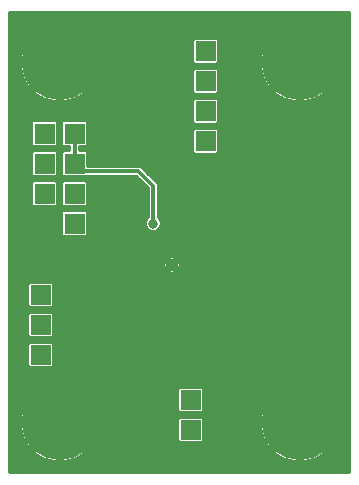
<source format=gbr>
G75*
%MOIN*%
%OFA0B0*%
%FSLAX25Y25*%
%IPPOS*%
%LPD*%
%AMOC8*
5,1,8,0,0,1.08239X$1,22.5*
%
%ADD10R,0.06500X0.06500*%
%ADD11C,0.25400*%
%ADD12C,0.03181*%
%ADD13C,0.03569*%
%ADD14C,0.01200*%
%ADD15C,0.03175*%
D10*
X0020350Y0051600D03*
X0020350Y0061600D03*
X0020350Y0071600D03*
X0021600Y0095350D03*
X0021600Y0105350D03*
X0031600Y0105350D03*
X0031600Y0095350D03*
X0031600Y0115350D03*
X0021600Y0115350D03*
X0021600Y0125350D03*
X0031600Y0125350D03*
X0065350Y0122850D03*
X0065350Y0132850D03*
X0065350Y0142850D03*
X0065350Y0152850D03*
X0075350Y0152850D03*
X0085350Y0152850D03*
X0085350Y0142850D03*
X0075350Y0142850D03*
X0075350Y0132850D03*
X0085350Y0132850D03*
X0085350Y0122850D03*
X0075350Y0122850D03*
X0070350Y0036600D03*
X0060350Y0036600D03*
X0060350Y0026600D03*
X0070350Y0026600D03*
X0080350Y0026600D03*
X0080350Y0036600D03*
D11*
X0106600Y0029100D03*
X0026600Y0029100D03*
X0026600Y0149100D03*
X0106600Y0149100D03*
D12*
X0065675Y0083175D03*
X0064100Y0081600D03*
X0062525Y0080025D03*
X0065675Y0080025D03*
X0062525Y0083175D03*
D13*
X0055350Y0084100D03*
X0074100Y0081600D03*
X0080350Y0082850D03*
X0085350Y0082850D03*
X0084100Y0086600D03*
X0087850Y0090350D03*
X0092850Y0090350D03*
X0097850Y0090350D03*
X0102850Y0090350D03*
X0107850Y0090350D03*
X0111600Y0092850D03*
X0114100Y0097850D03*
X0114100Y0104100D03*
X0114100Y0109100D03*
X0109100Y0114100D03*
X0106600Y0117850D03*
X0106600Y0124100D03*
X0107850Y0130350D03*
X0112850Y0130350D03*
X0091600Y0136600D03*
X0091600Y0141600D03*
X0091600Y0146600D03*
X0091600Y0151600D03*
X0091600Y0156600D03*
X0087850Y0160350D03*
X0082850Y0162850D03*
X0077850Y0162850D03*
X0072850Y0162850D03*
X0067850Y0162850D03*
X0064100Y0160350D03*
X0059100Y0159100D03*
X0059100Y0152850D03*
X0059100Y0147850D03*
X0059100Y0142850D03*
X0059100Y0137850D03*
X0059100Y0132850D03*
X0059100Y0127850D03*
X0059100Y0122850D03*
X0052850Y0107850D03*
X0052850Y0102850D03*
X0065350Y0104100D03*
X0066600Y0107850D03*
X0084100Y0110350D03*
X0090350Y0082850D03*
X0095350Y0082850D03*
X0100350Y0082850D03*
X0105350Y0082850D03*
X0111600Y0081600D03*
X0112850Y0075350D03*
X0112850Y0069100D03*
X0112850Y0062850D03*
X0112850Y0056600D03*
X0107850Y0054100D03*
X0102850Y0054100D03*
X0097850Y0054100D03*
X0092850Y0052850D03*
X0092850Y0047850D03*
X0092850Y0042850D03*
X0092850Y0037850D03*
X0092850Y0021600D03*
X0090350Y0017850D03*
X0085350Y0017850D03*
X0080350Y0017850D03*
X0075350Y0017850D03*
X0069100Y0017850D03*
X0064100Y0017850D03*
X0059100Y0017850D03*
X0054100Y0017850D03*
X0049100Y0016600D03*
X0044100Y0017850D03*
X0039100Y0020350D03*
X0080350Y0060350D03*
X0036600Y0076600D03*
X0029100Y0076600D03*
X0041600Y0132850D03*
X0041600Y0137850D03*
D14*
X0010200Y0165500D02*
X0010200Y0012700D01*
X0123000Y0012700D01*
X0123000Y0165500D01*
X0010200Y0165500D01*
X0010200Y0164752D02*
X0123000Y0164752D01*
X0123000Y0163553D02*
X0010200Y0163553D01*
X0010200Y0162355D02*
X0025490Y0162355D01*
X0025947Y0162400D02*
X0024646Y0162272D01*
X0023364Y0162017D01*
X0022114Y0161638D01*
X0020907Y0161138D01*
X0019754Y0160522D01*
X0018668Y0159796D01*
X0017657Y0158967D01*
X0016733Y0158042D01*
X0015904Y0157032D01*
X0015178Y0155946D01*
X0014562Y0154793D01*
X0014062Y0153586D01*
X0013683Y0152336D01*
X0013428Y0151054D01*
X0013300Y0149753D01*
X0013300Y0149700D01*
X0026000Y0149700D01*
X0026000Y0162400D01*
X0025947Y0162400D01*
X0026000Y0162355D02*
X0027200Y0162355D01*
X0027200Y0162400D02*
X0027200Y0149700D01*
X0026000Y0149700D01*
X0026000Y0148500D01*
X0013300Y0148500D01*
X0013300Y0148447D01*
X0013428Y0147146D01*
X0013683Y0145864D01*
X0014062Y0144614D01*
X0014562Y0143407D01*
X0015178Y0142254D01*
X0015904Y0141168D01*
X0016733Y0140157D01*
X0017657Y0139233D01*
X0018668Y0138404D01*
X0019754Y0137678D01*
X0020907Y0137062D01*
X0022114Y0136562D01*
X0023364Y0136183D01*
X0024646Y0135928D01*
X0025947Y0135800D01*
X0026000Y0135800D01*
X0026000Y0148500D01*
X0027200Y0148500D01*
X0027200Y0149700D01*
X0039900Y0149700D01*
X0039900Y0149753D01*
X0039772Y0151054D01*
X0039517Y0152336D01*
X0039138Y0153586D01*
X0038638Y0154793D01*
X0038022Y0155946D01*
X0037296Y0157032D01*
X0036467Y0158042D01*
X0035542Y0158967D01*
X0034532Y0159796D01*
X0033446Y0160522D01*
X0032293Y0161138D01*
X0031086Y0161638D01*
X0029836Y0162017D01*
X0028554Y0162272D01*
X0027253Y0162400D01*
X0027200Y0162400D01*
X0027710Y0162355D02*
X0105490Y0162355D01*
X0105947Y0162400D02*
X0104646Y0162272D01*
X0103364Y0162017D01*
X0102114Y0161638D01*
X0100907Y0161138D01*
X0099754Y0160522D01*
X0098668Y0159796D01*
X0097657Y0158967D01*
X0096733Y0158042D01*
X0095904Y0157032D01*
X0095178Y0155946D01*
X0094562Y0154793D01*
X0094062Y0153586D01*
X0093683Y0152336D01*
X0093428Y0151054D01*
X0093300Y0149753D01*
X0093300Y0149700D01*
X0106000Y0149700D01*
X0106000Y0162400D01*
X0105947Y0162400D01*
X0106000Y0162355D02*
X0107200Y0162355D01*
X0107200Y0162400D02*
X0107200Y0149700D01*
X0106000Y0149700D01*
X0106000Y0148500D01*
X0093300Y0148500D01*
X0093300Y0148447D01*
X0093428Y0147146D01*
X0093683Y0145864D01*
X0094062Y0144614D01*
X0094562Y0143407D01*
X0095178Y0142254D01*
X0095904Y0141168D01*
X0096733Y0140157D01*
X0097657Y0139233D01*
X0098668Y0138404D01*
X0099754Y0137678D01*
X0100907Y0137062D01*
X0102114Y0136562D01*
X0103364Y0136183D01*
X0104646Y0135928D01*
X0105947Y0135800D01*
X0106000Y0135800D01*
X0106000Y0148500D01*
X0107200Y0148500D01*
X0107200Y0149700D01*
X0119900Y0149700D01*
X0119900Y0149753D01*
X0119772Y0151054D01*
X0119517Y0152336D01*
X0119138Y0153586D01*
X0118638Y0154793D01*
X0118022Y0155946D01*
X0117296Y0157032D01*
X0116467Y0158042D01*
X0115542Y0158967D01*
X0114532Y0159796D01*
X0113446Y0160522D01*
X0112293Y0161138D01*
X0111086Y0161638D01*
X0109836Y0162017D01*
X0108554Y0162272D01*
X0107253Y0162400D01*
X0107200Y0162400D01*
X0107710Y0162355D02*
X0123000Y0162355D01*
X0123000Y0161156D02*
X0112248Y0161156D01*
X0114289Y0159958D02*
X0123000Y0159958D01*
X0123000Y0158759D02*
X0115750Y0158759D01*
X0116862Y0157561D02*
X0123000Y0157561D01*
X0123000Y0156362D02*
X0117743Y0156362D01*
X0118439Y0155164D02*
X0123000Y0155164D01*
X0123000Y0153965D02*
X0118980Y0153965D01*
X0119386Y0152767D02*
X0123000Y0152767D01*
X0123000Y0151568D02*
X0119670Y0151568D01*
X0119839Y0150370D02*
X0123000Y0150370D01*
X0123000Y0149171D02*
X0107200Y0149171D01*
X0107200Y0148500D02*
X0119900Y0148500D01*
X0119900Y0148447D01*
X0119772Y0147146D01*
X0119517Y0145864D01*
X0119138Y0144614D01*
X0118638Y0143407D01*
X0118022Y0142254D01*
X0117296Y0141168D01*
X0116467Y0140157D01*
X0115542Y0139233D01*
X0114532Y0138404D01*
X0113446Y0137678D01*
X0112293Y0137062D01*
X0111086Y0136562D01*
X0109836Y0136183D01*
X0108554Y0135928D01*
X0107253Y0135800D01*
X0107200Y0135800D01*
X0107200Y0148500D01*
X0107200Y0147973D02*
X0106000Y0147973D01*
X0106000Y0149171D02*
X0089020Y0149171D01*
X0088940Y0149091D02*
X0089109Y0149260D01*
X0089200Y0149481D01*
X0089200Y0152575D01*
X0085625Y0152575D01*
X0085625Y0153125D01*
X0085075Y0153125D01*
X0085075Y0156700D01*
X0081981Y0156700D01*
X0081760Y0156609D01*
X0081591Y0156440D01*
X0081500Y0156219D01*
X0081500Y0153125D01*
X0085075Y0153125D01*
X0085075Y0152575D01*
X0081500Y0152575D01*
X0081500Y0149481D01*
X0081591Y0149260D01*
X0081760Y0149091D01*
X0081981Y0149000D01*
X0085075Y0149000D01*
X0085075Y0152575D01*
X0085625Y0152575D01*
X0085625Y0149000D01*
X0088719Y0149000D01*
X0088940Y0149091D01*
X0089200Y0150370D02*
X0093361Y0150370D01*
X0093530Y0151568D02*
X0089200Y0151568D01*
X0089200Y0153125D02*
X0089200Y0156219D01*
X0089109Y0156440D01*
X0088940Y0156609D01*
X0088719Y0156700D01*
X0085625Y0156700D01*
X0085625Y0153125D01*
X0089200Y0153125D01*
X0089200Y0153965D02*
X0094220Y0153965D01*
X0093814Y0152767D02*
X0085625Y0152767D01*
X0085075Y0152767D02*
X0079800Y0152767D01*
X0079800Y0153965D02*
X0081500Y0153965D01*
X0081500Y0155164D02*
X0079800Y0155164D01*
X0079800Y0156362D02*
X0081559Y0156362D01*
X0079800Y0156597D02*
X0079097Y0157300D01*
X0071603Y0157300D01*
X0070900Y0156597D01*
X0070900Y0149103D01*
X0071603Y0148400D01*
X0079097Y0148400D01*
X0079800Y0149103D01*
X0079800Y0156597D01*
X0079800Y0151568D02*
X0081500Y0151568D01*
X0081500Y0150370D02*
X0079800Y0150370D01*
X0079800Y0149171D02*
X0081680Y0149171D01*
X0079800Y0146597D02*
X0079097Y0147300D01*
X0071603Y0147300D01*
X0070900Y0146597D01*
X0070900Y0139103D01*
X0071603Y0138400D01*
X0079097Y0138400D01*
X0079800Y0139103D01*
X0079800Y0146597D01*
X0079623Y0146774D02*
X0093502Y0146774D01*
X0093347Y0147973D02*
X0039853Y0147973D01*
X0039900Y0148447D02*
X0039900Y0148500D01*
X0027200Y0148500D01*
X0027200Y0135800D01*
X0027253Y0135800D01*
X0028554Y0135928D01*
X0029836Y0136183D01*
X0031086Y0136562D01*
X0032293Y0137062D01*
X0033446Y0137678D01*
X0034532Y0138404D01*
X0035542Y0139233D01*
X0036467Y0140157D01*
X0037296Y0141168D01*
X0038022Y0142254D01*
X0038638Y0143407D01*
X0039138Y0144614D01*
X0039517Y0145864D01*
X0039772Y0147146D01*
X0039900Y0148447D01*
X0039698Y0146774D02*
X0071077Y0146774D01*
X0070900Y0145576D02*
X0069200Y0145576D01*
X0069200Y0146219D02*
X0069109Y0146440D01*
X0068940Y0146609D01*
X0068719Y0146700D01*
X0065625Y0146700D01*
X0065625Y0143125D01*
X0065075Y0143125D01*
X0065075Y0146700D01*
X0061981Y0146700D01*
X0061760Y0146609D01*
X0061591Y0146440D01*
X0061500Y0146219D01*
X0061500Y0143125D01*
X0065075Y0143125D01*
X0065075Y0142575D01*
X0061500Y0142575D01*
X0061500Y0139481D01*
X0061591Y0139260D01*
X0061760Y0139091D01*
X0061981Y0139000D01*
X0065075Y0139000D01*
X0065075Y0142575D01*
X0065625Y0142575D01*
X0065625Y0143125D01*
X0069200Y0143125D01*
X0069200Y0146219D01*
X0069200Y0144377D02*
X0070900Y0144377D01*
X0070900Y0143179D02*
X0069200Y0143179D01*
X0069200Y0142575D02*
X0065625Y0142575D01*
X0065625Y0139000D01*
X0068719Y0139000D01*
X0068940Y0139091D01*
X0069109Y0139260D01*
X0069200Y0139481D01*
X0069200Y0142575D01*
X0069200Y0141980D02*
X0070900Y0141980D01*
X0070900Y0140782D02*
X0069200Y0140782D01*
X0069200Y0139583D02*
X0070900Y0139583D01*
X0071603Y0137300D02*
X0070900Y0136597D01*
X0070900Y0129103D01*
X0071603Y0128400D01*
X0079097Y0128400D01*
X0079800Y0129103D01*
X0079800Y0136597D01*
X0079097Y0137300D01*
X0071603Y0137300D01*
X0071489Y0137186D02*
X0032525Y0137186D01*
X0034503Y0138385D02*
X0098697Y0138385D01*
X0097308Y0139583D02*
X0089200Y0139583D01*
X0089200Y0139481D02*
X0089200Y0142575D01*
X0085625Y0142575D01*
X0085625Y0143125D01*
X0085075Y0143125D01*
X0085075Y0146700D01*
X0081981Y0146700D01*
X0081760Y0146609D01*
X0081591Y0146440D01*
X0081500Y0146219D01*
X0081500Y0143125D01*
X0085075Y0143125D01*
X0085075Y0142575D01*
X0081500Y0142575D01*
X0081500Y0139481D01*
X0081591Y0139260D01*
X0081760Y0139091D01*
X0081981Y0139000D01*
X0085075Y0139000D01*
X0085075Y0142575D01*
X0085625Y0142575D01*
X0085625Y0139000D01*
X0088719Y0139000D01*
X0088940Y0139091D01*
X0089109Y0139260D01*
X0089200Y0139481D01*
X0089200Y0140782D02*
X0096221Y0140782D01*
X0095361Y0141980D02*
X0089200Y0141980D01*
X0089200Y0143125D02*
X0089200Y0146219D01*
X0089109Y0146440D01*
X0088940Y0146609D01*
X0088719Y0146700D01*
X0085625Y0146700D01*
X0085625Y0143125D01*
X0089200Y0143125D01*
X0089200Y0143179D02*
X0094684Y0143179D01*
X0094160Y0144377D02*
X0089200Y0144377D01*
X0089200Y0145576D02*
X0093771Y0145576D01*
X0085625Y0145576D02*
X0085075Y0145576D01*
X0085075Y0144377D02*
X0085625Y0144377D01*
X0085625Y0143179D02*
X0085075Y0143179D01*
X0085075Y0141980D02*
X0085625Y0141980D01*
X0085625Y0140782D02*
X0085075Y0140782D01*
X0085075Y0139583D02*
X0085625Y0139583D01*
X0085625Y0136700D02*
X0088719Y0136700D01*
X0088940Y0136609D01*
X0089109Y0136440D01*
X0089200Y0136219D01*
X0089200Y0133125D01*
X0085625Y0133125D01*
X0085625Y0132575D01*
X0089200Y0132575D01*
X0089200Y0129481D01*
X0089109Y0129260D01*
X0088940Y0129091D01*
X0088719Y0129000D01*
X0085625Y0129000D01*
X0085625Y0132575D01*
X0085075Y0132575D01*
X0085075Y0129000D01*
X0081981Y0129000D01*
X0081760Y0129091D01*
X0081591Y0129260D01*
X0081500Y0129481D01*
X0081500Y0132575D01*
X0085075Y0132575D01*
X0085075Y0133125D01*
X0085075Y0136700D01*
X0081981Y0136700D01*
X0081760Y0136609D01*
X0081591Y0136440D01*
X0081500Y0136219D01*
X0081500Y0133125D01*
X0085075Y0133125D01*
X0085625Y0133125D01*
X0085625Y0136700D01*
X0085625Y0135988D02*
X0085075Y0135988D01*
X0085075Y0134789D02*
X0085625Y0134789D01*
X0085625Y0133591D02*
X0085075Y0133591D01*
X0085075Y0132392D02*
X0085625Y0132392D01*
X0085625Y0131194D02*
X0085075Y0131194D01*
X0085075Y0129995D02*
X0085625Y0129995D01*
X0085625Y0126700D02*
X0088719Y0126700D01*
X0088940Y0126609D01*
X0089109Y0126440D01*
X0089200Y0126219D01*
X0089200Y0123125D01*
X0085625Y0123125D01*
X0085625Y0122575D01*
X0089200Y0122575D01*
X0089200Y0119481D01*
X0089109Y0119260D01*
X0088940Y0119091D01*
X0088719Y0119000D01*
X0085625Y0119000D01*
X0085625Y0122575D01*
X0085075Y0122575D01*
X0085075Y0119000D01*
X0081981Y0119000D01*
X0081760Y0119091D01*
X0081591Y0119260D01*
X0081500Y0119481D01*
X0081500Y0122575D01*
X0085075Y0122575D01*
X0085075Y0123125D01*
X0085075Y0126700D01*
X0081981Y0126700D01*
X0081760Y0126609D01*
X0081591Y0126440D01*
X0081500Y0126219D01*
X0081500Y0123125D01*
X0085075Y0123125D01*
X0085625Y0123125D01*
X0085625Y0126700D01*
X0085625Y0126400D02*
X0085075Y0126400D01*
X0085075Y0125201D02*
X0085625Y0125201D01*
X0085625Y0124003D02*
X0085075Y0124003D01*
X0085075Y0122804D02*
X0079800Y0122804D01*
X0079800Y0121606D02*
X0081500Y0121606D01*
X0081500Y0120407D02*
X0079800Y0120407D01*
X0079800Y0119209D02*
X0081643Y0119209D01*
X0079800Y0119103D02*
X0079097Y0118400D01*
X0071603Y0118400D01*
X0070900Y0119103D01*
X0070900Y0126597D01*
X0071603Y0127300D01*
X0079097Y0127300D01*
X0079800Y0126597D01*
X0079800Y0119103D01*
X0079800Y0124003D02*
X0081500Y0124003D01*
X0081500Y0125201D02*
X0079800Y0125201D01*
X0079800Y0126400D02*
X0081575Y0126400D01*
X0079494Y0128797D02*
X0123000Y0128797D01*
X0123000Y0129995D02*
X0089200Y0129995D01*
X0089200Y0131194D02*
X0123000Y0131194D01*
X0123000Y0132392D02*
X0089200Y0132392D01*
X0089200Y0133591D02*
X0123000Y0133591D01*
X0123000Y0134789D02*
X0089200Y0134789D01*
X0089200Y0135988D02*
X0104346Y0135988D01*
X0106000Y0135988D02*
X0107200Y0135988D01*
X0107200Y0137186D02*
X0106000Y0137186D01*
X0106000Y0138385D02*
X0107200Y0138385D01*
X0107200Y0139583D02*
X0106000Y0139583D01*
X0106000Y0140782D02*
X0107200Y0140782D01*
X0107200Y0141980D02*
X0106000Y0141980D01*
X0106000Y0143179D02*
X0107200Y0143179D01*
X0107200Y0144377D02*
X0106000Y0144377D01*
X0106000Y0145576D02*
X0107200Y0145576D01*
X0107200Y0146774D02*
X0106000Y0146774D01*
X0106000Y0150370D02*
X0107200Y0150370D01*
X0107200Y0151568D02*
X0106000Y0151568D01*
X0106000Y0152767D02*
X0107200Y0152767D01*
X0107200Y0153965D02*
X0106000Y0153965D01*
X0106000Y0155164D02*
X0107200Y0155164D01*
X0107200Y0156362D02*
X0106000Y0156362D01*
X0106000Y0157561D02*
X0107200Y0157561D01*
X0107200Y0158759D02*
X0106000Y0158759D01*
X0106000Y0159958D02*
X0107200Y0159958D01*
X0107200Y0161156D02*
X0106000Y0161156D01*
X0100952Y0161156D02*
X0032248Y0161156D01*
X0034289Y0159958D02*
X0098911Y0159958D01*
X0097450Y0158759D02*
X0035750Y0158759D01*
X0036862Y0157561D02*
X0096338Y0157561D01*
X0095457Y0156362D02*
X0089141Y0156362D01*
X0089200Y0155164D02*
X0094761Y0155164D01*
X0085625Y0155164D02*
X0085075Y0155164D01*
X0085075Y0156362D02*
X0085625Y0156362D01*
X0085625Y0153965D02*
X0085075Y0153965D01*
X0085075Y0151568D02*
X0085625Y0151568D01*
X0085625Y0150370D02*
X0085075Y0150370D01*
X0085075Y0149171D02*
X0085625Y0149171D01*
X0081500Y0145576D02*
X0079800Y0145576D01*
X0079800Y0144377D02*
X0081500Y0144377D01*
X0081500Y0143179D02*
X0079800Y0143179D01*
X0079800Y0141980D02*
X0081500Y0141980D01*
X0081500Y0140782D02*
X0079800Y0140782D01*
X0079800Y0139583D02*
X0081500Y0139583D01*
X0079211Y0137186D02*
X0100675Y0137186D01*
X0108854Y0135988D02*
X0123000Y0135988D01*
X0123000Y0137186D02*
X0112525Y0137186D01*
X0114503Y0138385D02*
X0123000Y0138385D01*
X0123000Y0139583D02*
X0115892Y0139583D01*
X0116979Y0140782D02*
X0123000Y0140782D01*
X0123000Y0141980D02*
X0117839Y0141980D01*
X0118516Y0143179D02*
X0123000Y0143179D01*
X0123000Y0144377D02*
X0119040Y0144377D01*
X0119429Y0145576D02*
X0123000Y0145576D01*
X0123000Y0146774D02*
X0119698Y0146774D01*
X0119853Y0147973D02*
X0123000Y0147973D01*
X0123000Y0127598D02*
X0036050Y0127598D01*
X0036050Y0126400D02*
X0061575Y0126400D01*
X0061591Y0126440D02*
X0061500Y0126219D01*
X0061500Y0123125D01*
X0065075Y0123125D01*
X0065075Y0126700D01*
X0061981Y0126700D01*
X0061760Y0126609D01*
X0061591Y0126440D01*
X0061500Y0125201D02*
X0036050Y0125201D01*
X0036050Y0124003D02*
X0061500Y0124003D01*
X0061500Y0122575D02*
X0061500Y0119481D01*
X0061591Y0119260D01*
X0061760Y0119091D01*
X0061981Y0119000D01*
X0065075Y0119000D01*
X0065075Y0122575D01*
X0065625Y0122575D01*
X0065625Y0123125D01*
X0069200Y0123125D01*
X0069200Y0126219D01*
X0069109Y0126440D01*
X0068940Y0126609D01*
X0068719Y0126700D01*
X0065625Y0126700D01*
X0065625Y0123125D01*
X0065075Y0123125D01*
X0065075Y0122575D01*
X0061500Y0122575D01*
X0061500Y0121606D02*
X0036050Y0121606D01*
X0036050Y0121603D02*
X0036050Y0129097D01*
X0035347Y0129800D01*
X0027853Y0129800D01*
X0027150Y0129097D01*
X0027150Y0121603D01*
X0027853Y0120900D01*
X0029800Y0120900D01*
X0029800Y0119800D01*
X0027853Y0119800D01*
X0027150Y0119097D01*
X0027150Y0111603D01*
X0027853Y0110900D01*
X0035347Y0110900D01*
X0035497Y0111050D01*
X0052104Y0111050D01*
X0056050Y0107104D01*
X0056050Y0097492D01*
X0055487Y0096929D01*
X0055063Y0095904D01*
X0055063Y0094796D01*
X0055487Y0093771D01*
X0056271Y0092987D01*
X0057296Y0092563D01*
X0058404Y0092563D01*
X0059429Y0092987D01*
X0060213Y0093771D01*
X0060637Y0094796D01*
X0060637Y0095904D01*
X0060213Y0096929D01*
X0059650Y0097492D01*
X0059650Y0108596D01*
X0058596Y0109650D01*
X0053596Y0114650D01*
X0036050Y0114650D01*
X0036050Y0119097D01*
X0035347Y0119800D01*
X0033400Y0119800D01*
X0033400Y0120900D01*
X0035347Y0120900D01*
X0036050Y0121603D01*
X0036050Y0122804D02*
X0065075Y0122804D01*
X0065625Y0122804D02*
X0070900Y0122804D01*
X0070900Y0121606D02*
X0069200Y0121606D01*
X0069200Y0122575D02*
X0065625Y0122575D01*
X0065625Y0119000D01*
X0068719Y0119000D01*
X0068940Y0119091D01*
X0069109Y0119260D01*
X0069200Y0119481D01*
X0069200Y0122575D01*
X0069200Y0124003D02*
X0070900Y0124003D01*
X0070900Y0125201D02*
X0069200Y0125201D01*
X0069125Y0126400D02*
X0070900Y0126400D01*
X0071206Y0128797D02*
X0036050Y0128797D01*
X0031600Y0125350D02*
X0031600Y0115350D01*
X0034100Y0112850D01*
X0052850Y0112850D01*
X0057850Y0107850D01*
X0057850Y0095350D01*
X0055283Y0096437D02*
X0036050Y0096437D01*
X0036050Y0097635D02*
X0056050Y0097635D01*
X0056050Y0098834D02*
X0036050Y0098834D01*
X0036050Y0099097D02*
X0035347Y0099800D01*
X0027853Y0099800D01*
X0027150Y0099097D01*
X0027150Y0091603D01*
X0027853Y0090900D01*
X0035347Y0090900D01*
X0036050Y0091603D01*
X0036050Y0099097D01*
X0035347Y0100900D02*
X0036050Y0101603D01*
X0036050Y0109097D01*
X0035347Y0109800D01*
X0027853Y0109800D01*
X0027150Y0109097D01*
X0027150Y0101603D01*
X0027853Y0100900D01*
X0035347Y0100900D01*
X0035678Y0101231D02*
X0056050Y0101231D01*
X0056050Y0102429D02*
X0036050Y0102429D01*
X0036050Y0103628D02*
X0056050Y0103628D01*
X0056050Y0104826D02*
X0036050Y0104826D01*
X0036050Y0106025D02*
X0056050Y0106025D01*
X0055931Y0107223D02*
X0036050Y0107223D01*
X0036050Y0108422D02*
X0054732Y0108422D01*
X0053534Y0109620D02*
X0035527Y0109620D01*
X0036050Y0115613D02*
X0123000Y0115613D01*
X0123000Y0114415D02*
X0053831Y0114415D01*
X0055030Y0113216D02*
X0123000Y0113216D01*
X0123000Y0112018D02*
X0056228Y0112018D01*
X0057427Y0110819D02*
X0123000Y0110819D01*
X0123000Y0109620D02*
X0058625Y0109620D01*
X0059650Y0108422D02*
X0123000Y0108422D01*
X0123000Y0107223D02*
X0059650Y0107223D01*
X0059650Y0106025D02*
X0123000Y0106025D01*
X0123000Y0104826D02*
X0059650Y0104826D01*
X0059650Y0103628D02*
X0123000Y0103628D01*
X0123000Y0102429D02*
X0059650Y0102429D01*
X0059650Y0101231D02*
X0123000Y0101231D01*
X0123000Y0100032D02*
X0059650Y0100032D01*
X0059650Y0098834D02*
X0123000Y0098834D01*
X0123000Y0097635D02*
X0059650Y0097635D01*
X0060417Y0096437D02*
X0123000Y0096437D01*
X0123000Y0095238D02*
X0060637Y0095238D01*
X0060324Y0094040D02*
X0123000Y0094040D01*
X0123000Y0092841D02*
X0059077Y0092841D01*
X0056623Y0092841D02*
X0036050Y0092841D01*
X0036050Y0091643D02*
X0123000Y0091643D01*
X0123000Y0090444D02*
X0010200Y0090444D01*
X0010200Y0089246D02*
X0123000Y0089246D01*
X0123000Y0088047D02*
X0010200Y0088047D01*
X0010200Y0086849D02*
X0123000Y0086849D01*
X0123000Y0085650D02*
X0010200Y0085650D01*
X0010200Y0084452D02*
X0060733Y0084452D01*
X0060772Y0084520D02*
X0060484Y0084020D01*
X0060335Y0083463D01*
X0060335Y0083175D01*
X0062525Y0083175D01*
X0062525Y0085365D01*
X0062237Y0085365D01*
X0061680Y0085216D01*
X0061180Y0084928D01*
X0060772Y0084520D01*
X0060335Y0083253D02*
X0010200Y0083253D01*
X0010200Y0082055D02*
X0060642Y0082055D01*
X0060772Y0081830D02*
X0061002Y0081600D01*
X0060772Y0081370D01*
X0060484Y0080871D01*
X0060335Y0080314D01*
X0060335Y0080025D01*
X0060335Y0079737D01*
X0060484Y0079180D01*
X0060772Y0078680D01*
X0061180Y0078272D01*
X0061680Y0077984D01*
X0062237Y0077835D01*
X0062525Y0077835D01*
X0062525Y0080025D01*
X0062525Y0080025D01*
X0060335Y0080025D01*
X0062525Y0080025D01*
X0062525Y0080025D01*
X0062525Y0077835D01*
X0062814Y0077835D01*
X0063371Y0077984D01*
X0063870Y0078272D01*
X0064100Y0078502D01*
X0064330Y0078272D01*
X0064829Y0077984D01*
X0065386Y0077835D01*
X0065675Y0077835D01*
X0065963Y0077835D01*
X0066520Y0077984D01*
X0067020Y0078272D01*
X0067428Y0078680D01*
X0067716Y0079180D01*
X0067865Y0079737D01*
X0067865Y0080025D01*
X0065675Y0080025D01*
X0065675Y0080025D01*
X0065675Y0077835D01*
X0065675Y0080025D01*
X0065675Y0080025D01*
X0067865Y0080025D01*
X0067865Y0080314D01*
X0067716Y0080871D01*
X0067428Y0081370D01*
X0067198Y0081600D01*
X0067428Y0081830D01*
X0067716Y0082329D01*
X0067865Y0082886D01*
X0067865Y0083175D01*
X0067865Y0083463D01*
X0067716Y0084020D01*
X0067428Y0084520D01*
X0067020Y0084928D01*
X0066520Y0085216D01*
X0065963Y0085365D01*
X0065675Y0085365D01*
X0065675Y0083175D01*
X0067865Y0083175D01*
X0065675Y0083175D01*
X0065675Y0083175D01*
X0065675Y0083175D01*
X0065675Y0085365D01*
X0065386Y0085365D01*
X0064829Y0085216D01*
X0064330Y0084928D01*
X0064100Y0084698D01*
X0063870Y0084928D01*
X0063371Y0085216D01*
X0062814Y0085365D01*
X0062525Y0085365D01*
X0062525Y0083175D01*
X0062525Y0083175D01*
X0062525Y0083175D01*
X0060335Y0083175D01*
X0060335Y0082886D01*
X0060484Y0082329D01*
X0060772Y0081830D01*
X0060480Y0080856D02*
X0010200Y0080856D01*
X0010200Y0079658D02*
X0060356Y0079658D01*
X0060993Y0078459D02*
X0010200Y0078459D01*
X0010200Y0077261D02*
X0123000Y0077261D01*
X0123000Y0078459D02*
X0067207Y0078459D01*
X0067844Y0079658D02*
X0123000Y0079658D01*
X0123000Y0080856D02*
X0067720Y0080856D01*
X0067558Y0082055D02*
X0123000Y0082055D01*
X0123000Y0083253D02*
X0067865Y0083253D01*
X0067467Y0084452D02*
X0123000Y0084452D01*
X0123000Y0076062D02*
X0010200Y0076062D01*
X0010200Y0074864D02*
X0015900Y0074864D01*
X0015900Y0075347D02*
X0015900Y0067853D01*
X0016603Y0067150D01*
X0024097Y0067150D01*
X0024800Y0067853D01*
X0024800Y0075347D01*
X0024097Y0076050D01*
X0016603Y0076050D01*
X0015900Y0075347D01*
X0015900Y0073665D02*
X0010200Y0073665D01*
X0010200Y0072467D02*
X0015900Y0072467D01*
X0015900Y0071268D02*
X0010200Y0071268D01*
X0010200Y0070070D02*
X0015900Y0070070D01*
X0015900Y0068871D02*
X0010200Y0068871D01*
X0010200Y0067673D02*
X0016080Y0067673D01*
X0016603Y0066050D02*
X0015900Y0065347D01*
X0015900Y0057853D01*
X0016603Y0057150D01*
X0024097Y0057150D01*
X0024800Y0057853D01*
X0024800Y0065347D01*
X0024097Y0066050D01*
X0016603Y0066050D01*
X0015900Y0065276D02*
X0010200Y0065276D01*
X0010200Y0066474D02*
X0123000Y0066474D01*
X0123000Y0065276D02*
X0024800Y0065276D01*
X0024800Y0064077D02*
X0123000Y0064077D01*
X0123000Y0062879D02*
X0024800Y0062879D01*
X0024800Y0061680D02*
X0123000Y0061680D01*
X0123000Y0060482D02*
X0024800Y0060482D01*
X0024800Y0059283D02*
X0123000Y0059283D01*
X0123000Y0058084D02*
X0024800Y0058084D01*
X0024097Y0056050D02*
X0016603Y0056050D01*
X0015900Y0055347D01*
X0015900Y0047853D01*
X0016603Y0047150D01*
X0024097Y0047150D01*
X0024800Y0047853D01*
X0024800Y0055347D01*
X0024097Y0056050D01*
X0024460Y0055687D02*
X0123000Y0055687D01*
X0123000Y0054489D02*
X0024800Y0054489D01*
X0024800Y0053290D02*
X0123000Y0053290D01*
X0123000Y0052092D02*
X0024800Y0052092D01*
X0024800Y0050893D02*
X0123000Y0050893D01*
X0123000Y0049695D02*
X0024800Y0049695D01*
X0024800Y0048496D02*
X0123000Y0048496D01*
X0123000Y0047298D02*
X0024245Y0047298D01*
X0024646Y0042272D02*
X0023364Y0042017D01*
X0022114Y0041638D01*
X0020907Y0041138D01*
X0019754Y0040522D01*
X0018668Y0039796D01*
X0017657Y0038967D01*
X0016733Y0038042D01*
X0015904Y0037032D01*
X0015178Y0035946D01*
X0014562Y0034793D01*
X0014062Y0033586D01*
X0013683Y0032336D01*
X0013428Y0031054D01*
X0013300Y0029753D01*
X0013300Y0029700D01*
X0026000Y0029700D01*
X0026000Y0042400D01*
X0025947Y0042400D01*
X0024646Y0042272D01*
X0026000Y0041305D02*
X0027200Y0041305D01*
X0027200Y0042400D02*
X0027200Y0029700D01*
X0026000Y0029700D01*
X0026000Y0028500D01*
X0013300Y0028500D01*
X0013300Y0028447D01*
X0013428Y0027146D01*
X0013683Y0025864D01*
X0014062Y0024614D01*
X0014562Y0023407D01*
X0015178Y0022254D01*
X0015904Y0021168D01*
X0016733Y0020157D01*
X0017657Y0019233D01*
X0018668Y0018404D01*
X0019754Y0017678D01*
X0020907Y0017062D01*
X0022114Y0016562D01*
X0023364Y0016183D01*
X0024646Y0015928D01*
X0025947Y0015800D01*
X0026000Y0015800D01*
X0026000Y0028500D01*
X0027200Y0028500D01*
X0027200Y0029700D01*
X0039900Y0029700D01*
X0039900Y0029753D01*
X0039772Y0031054D01*
X0039517Y0032336D01*
X0039138Y0033586D01*
X0038638Y0034793D01*
X0038022Y0035946D01*
X0037296Y0037032D01*
X0036467Y0038042D01*
X0035542Y0038967D01*
X0034532Y0039796D01*
X0033446Y0040522D01*
X0032293Y0041138D01*
X0031086Y0041638D01*
X0029836Y0042017D01*
X0028554Y0042272D01*
X0027253Y0042400D01*
X0027200Y0042400D01*
X0027200Y0040107D02*
X0026000Y0040107D01*
X0026000Y0038908D02*
X0027200Y0038908D01*
X0027200Y0037710D02*
X0026000Y0037710D01*
X0026000Y0036511D02*
X0027200Y0036511D01*
X0027200Y0035313D02*
X0026000Y0035313D01*
X0026000Y0034114D02*
X0027200Y0034114D01*
X0027200Y0032916D02*
X0026000Y0032916D01*
X0026000Y0031717D02*
X0027200Y0031717D01*
X0027200Y0030519D02*
X0026000Y0030519D01*
X0026000Y0029320D02*
X0010200Y0029320D01*
X0010200Y0028122D02*
X0013332Y0028122D01*
X0013472Y0026923D02*
X0010200Y0026923D01*
X0010200Y0025725D02*
X0013725Y0025725D01*
X0014099Y0024526D02*
X0010200Y0024526D01*
X0010200Y0023328D02*
X0014605Y0023328D01*
X0015262Y0022129D02*
X0010200Y0022129D01*
X0010200Y0020931D02*
X0016099Y0020931D01*
X0017159Y0019732D02*
X0010200Y0019732D01*
X0010200Y0018534D02*
X0018510Y0018534D01*
X0020397Y0017335D02*
X0010200Y0017335D01*
X0010200Y0016137D02*
X0023598Y0016137D01*
X0026000Y0016137D02*
X0027200Y0016137D01*
X0027200Y0015800D02*
X0027253Y0015800D01*
X0028554Y0015928D01*
X0029836Y0016183D01*
X0031086Y0016562D01*
X0032293Y0017062D01*
X0033446Y0017678D01*
X0034532Y0018404D01*
X0035542Y0019233D01*
X0036467Y0020157D01*
X0037296Y0021168D01*
X0038022Y0022254D01*
X0038638Y0023407D01*
X0039138Y0024614D01*
X0039517Y0025864D01*
X0039772Y0027146D01*
X0039900Y0028447D01*
X0039900Y0028500D01*
X0027200Y0028500D01*
X0027200Y0015800D01*
X0027200Y0017335D02*
X0026000Y0017335D01*
X0026000Y0018534D02*
X0027200Y0018534D01*
X0027200Y0019732D02*
X0026000Y0019732D01*
X0026000Y0020931D02*
X0027200Y0020931D01*
X0027200Y0022129D02*
X0026000Y0022129D01*
X0026000Y0023328D02*
X0027200Y0023328D01*
X0027200Y0024526D02*
X0026000Y0024526D01*
X0026000Y0025725D02*
X0027200Y0025725D01*
X0027200Y0026923D02*
X0026000Y0026923D01*
X0026000Y0028122D02*
X0027200Y0028122D01*
X0027200Y0029320D02*
X0056500Y0029320D01*
X0056500Y0029969D02*
X0056500Y0026875D01*
X0060075Y0026875D01*
X0060075Y0030450D01*
X0056981Y0030450D01*
X0056760Y0030359D01*
X0056591Y0030190D01*
X0056500Y0029969D01*
X0056500Y0028122D02*
X0039868Y0028122D01*
X0039728Y0026923D02*
X0056500Y0026923D01*
X0056500Y0026325D02*
X0056500Y0023231D01*
X0056591Y0023010D01*
X0056760Y0022841D01*
X0056981Y0022750D01*
X0060075Y0022750D01*
X0060075Y0026325D01*
X0056500Y0026325D01*
X0056500Y0025725D02*
X0039475Y0025725D01*
X0039101Y0024526D02*
X0056500Y0024526D01*
X0056500Y0023328D02*
X0038595Y0023328D01*
X0037938Y0022129D02*
X0095262Y0022129D01*
X0095178Y0022254D02*
X0095904Y0021168D01*
X0096733Y0020157D01*
X0097657Y0019233D01*
X0098668Y0018404D01*
X0099754Y0017678D01*
X0100907Y0017062D01*
X0102114Y0016562D01*
X0103364Y0016183D01*
X0104646Y0015928D01*
X0105947Y0015800D01*
X0106000Y0015800D01*
X0106000Y0028500D01*
X0093300Y0028500D01*
X0093300Y0028447D01*
X0093428Y0027146D01*
X0093683Y0025864D01*
X0094062Y0024614D01*
X0094562Y0023407D01*
X0095178Y0022254D01*
X0094605Y0023328D02*
X0084200Y0023328D01*
X0084200Y0023231D02*
X0084200Y0026325D01*
X0080625Y0026325D01*
X0080625Y0026875D01*
X0080075Y0026875D01*
X0080075Y0030450D01*
X0076981Y0030450D01*
X0076760Y0030359D01*
X0076591Y0030190D01*
X0076500Y0029969D01*
X0076500Y0026875D01*
X0080075Y0026875D01*
X0080075Y0026325D01*
X0076500Y0026325D01*
X0076500Y0023231D01*
X0076591Y0023010D01*
X0076760Y0022841D01*
X0076981Y0022750D01*
X0080075Y0022750D01*
X0080075Y0026325D01*
X0080625Y0026325D01*
X0080625Y0022750D01*
X0083719Y0022750D01*
X0083940Y0022841D01*
X0084109Y0023010D01*
X0084200Y0023231D01*
X0084200Y0024526D02*
X0094099Y0024526D01*
X0093725Y0025725D02*
X0084200Y0025725D01*
X0084200Y0026875D02*
X0084200Y0029969D01*
X0084109Y0030190D01*
X0083940Y0030359D01*
X0083719Y0030450D01*
X0080625Y0030450D01*
X0080625Y0026875D01*
X0084200Y0026875D01*
X0084200Y0026923D02*
X0093472Y0026923D01*
X0093332Y0028122D02*
X0084200Y0028122D01*
X0084200Y0029320D02*
X0106000Y0029320D01*
X0106000Y0029700D02*
X0106000Y0028500D01*
X0107200Y0028500D01*
X0107200Y0029700D01*
X0106000Y0029700D01*
X0106000Y0042400D01*
X0105947Y0042400D01*
X0104646Y0042272D01*
X0103364Y0042017D01*
X0102114Y0041638D01*
X0100907Y0041138D01*
X0099754Y0040522D01*
X0098668Y0039796D01*
X0097657Y0038967D01*
X0096733Y0038042D01*
X0095904Y0037032D01*
X0095178Y0035946D01*
X0094562Y0034793D01*
X0094062Y0033586D01*
X0093683Y0032336D01*
X0093428Y0031054D01*
X0093300Y0029753D01*
X0093300Y0029700D01*
X0106000Y0029700D01*
X0106000Y0030519D02*
X0107200Y0030519D01*
X0107200Y0029700D02*
X0107200Y0042400D01*
X0107253Y0042400D01*
X0108554Y0042272D01*
X0109836Y0042017D01*
X0111086Y0041638D01*
X0112293Y0041138D01*
X0113446Y0040522D01*
X0114532Y0039796D01*
X0115542Y0038967D01*
X0116467Y0038042D01*
X0117296Y0037032D01*
X0118022Y0035946D01*
X0118638Y0034793D01*
X0119138Y0033586D01*
X0119517Y0032336D01*
X0119772Y0031054D01*
X0119900Y0029753D01*
X0119900Y0029700D01*
X0107200Y0029700D01*
X0107200Y0029320D02*
X0123000Y0029320D01*
X0123000Y0028122D02*
X0119868Y0028122D01*
X0119900Y0028447D02*
X0119900Y0028500D01*
X0107200Y0028500D01*
X0107200Y0015800D01*
X0107253Y0015800D01*
X0108554Y0015928D01*
X0109836Y0016183D01*
X0111086Y0016562D01*
X0112293Y0017062D01*
X0113446Y0017678D01*
X0114532Y0018404D01*
X0115542Y0019233D01*
X0116467Y0020157D01*
X0117296Y0021168D01*
X0118022Y0022254D01*
X0118638Y0023407D01*
X0119138Y0024614D01*
X0119517Y0025864D01*
X0119772Y0027146D01*
X0119900Y0028447D01*
X0119728Y0026923D02*
X0123000Y0026923D01*
X0123000Y0025725D02*
X0119475Y0025725D01*
X0119101Y0024526D02*
X0123000Y0024526D01*
X0123000Y0023328D02*
X0118595Y0023328D01*
X0117938Y0022129D02*
X0123000Y0022129D01*
X0123000Y0020931D02*
X0117101Y0020931D01*
X0116041Y0019732D02*
X0123000Y0019732D01*
X0123000Y0018534D02*
X0114690Y0018534D01*
X0112803Y0017335D02*
X0123000Y0017335D01*
X0123000Y0016137D02*
X0109602Y0016137D01*
X0107200Y0016137D02*
X0106000Y0016137D01*
X0106000Y0017335D02*
X0107200Y0017335D01*
X0107200Y0018534D02*
X0106000Y0018534D01*
X0106000Y0019732D02*
X0107200Y0019732D01*
X0107200Y0020931D02*
X0106000Y0020931D01*
X0106000Y0022129D02*
X0107200Y0022129D01*
X0107200Y0023328D02*
X0106000Y0023328D01*
X0106000Y0024526D02*
X0107200Y0024526D01*
X0107200Y0025725D02*
X0106000Y0025725D01*
X0106000Y0026923D02*
X0107200Y0026923D01*
X0107200Y0028122D02*
X0106000Y0028122D01*
X0106000Y0031717D02*
X0107200Y0031717D01*
X0107200Y0032916D02*
X0106000Y0032916D01*
X0106000Y0034114D02*
X0107200Y0034114D01*
X0107200Y0035313D02*
X0106000Y0035313D01*
X0106000Y0036511D02*
X0107200Y0036511D01*
X0107200Y0037710D02*
X0106000Y0037710D01*
X0106000Y0038908D02*
X0107200Y0038908D01*
X0107200Y0040107D02*
X0106000Y0040107D01*
X0106000Y0041305D02*
X0107200Y0041305D01*
X0111888Y0041305D02*
X0123000Y0041305D01*
X0123000Y0040107D02*
X0114066Y0040107D01*
X0115601Y0038908D02*
X0123000Y0038908D01*
X0123000Y0037710D02*
X0116740Y0037710D01*
X0117644Y0036511D02*
X0123000Y0036511D01*
X0123000Y0035313D02*
X0118360Y0035313D01*
X0118919Y0034114D02*
X0123000Y0034114D01*
X0123000Y0032916D02*
X0119341Y0032916D01*
X0119640Y0031717D02*
X0123000Y0031717D01*
X0123000Y0030519D02*
X0119825Y0030519D01*
X0123000Y0042504D02*
X0010200Y0042504D01*
X0010200Y0043702D02*
X0123000Y0043702D01*
X0123000Y0044901D02*
X0010200Y0044901D01*
X0010200Y0046099D02*
X0123000Y0046099D01*
X0123000Y0056886D02*
X0010200Y0056886D01*
X0010200Y0058084D02*
X0015900Y0058084D01*
X0015900Y0059283D02*
X0010200Y0059283D01*
X0010200Y0060482D02*
X0015900Y0060482D01*
X0015900Y0061680D02*
X0010200Y0061680D01*
X0010200Y0062879D02*
X0015900Y0062879D01*
X0015900Y0064077D02*
X0010200Y0064077D01*
X0010200Y0055687D02*
X0016240Y0055687D01*
X0015900Y0054489D02*
X0010200Y0054489D01*
X0010200Y0053290D02*
X0015900Y0053290D01*
X0015900Y0052092D02*
X0010200Y0052092D01*
X0010200Y0050893D02*
X0015900Y0050893D01*
X0015900Y0049695D02*
X0010200Y0049695D01*
X0010200Y0048496D02*
X0015900Y0048496D01*
X0016455Y0047298D02*
X0010200Y0047298D01*
X0010200Y0041305D02*
X0021312Y0041305D01*
X0019134Y0040107D02*
X0010200Y0040107D01*
X0010200Y0038908D02*
X0017599Y0038908D01*
X0016460Y0037710D02*
X0010200Y0037710D01*
X0010200Y0036511D02*
X0015556Y0036511D01*
X0014840Y0035313D02*
X0010200Y0035313D01*
X0010200Y0034114D02*
X0014281Y0034114D01*
X0013859Y0032916D02*
X0010200Y0032916D01*
X0010200Y0031717D02*
X0013560Y0031717D01*
X0013375Y0030519D02*
X0010200Y0030519D01*
X0010200Y0014938D02*
X0123000Y0014938D01*
X0123000Y0013740D02*
X0010200Y0013740D01*
X0029602Y0016137D02*
X0103598Y0016137D01*
X0100397Y0017335D02*
X0032803Y0017335D01*
X0034690Y0018534D02*
X0098510Y0018534D01*
X0097159Y0019732D02*
X0036041Y0019732D01*
X0037101Y0020931D02*
X0096099Y0020931D01*
X0093375Y0030519D02*
X0074628Y0030519D01*
X0074800Y0030347D02*
X0074097Y0031050D01*
X0066603Y0031050D01*
X0065900Y0030347D01*
X0065900Y0022853D01*
X0066603Y0022150D01*
X0074097Y0022150D01*
X0074800Y0022853D01*
X0074800Y0030347D01*
X0074800Y0029320D02*
X0076500Y0029320D01*
X0076500Y0028122D02*
X0074800Y0028122D01*
X0074800Y0026923D02*
X0076500Y0026923D01*
X0076500Y0025725D02*
X0074800Y0025725D01*
X0074800Y0024526D02*
X0076500Y0024526D01*
X0076500Y0023328D02*
X0074800Y0023328D01*
X0080075Y0023328D02*
X0080625Y0023328D01*
X0080625Y0024526D02*
X0080075Y0024526D01*
X0080075Y0025725D02*
X0080625Y0025725D01*
X0080625Y0026923D02*
X0080075Y0026923D01*
X0080075Y0028122D02*
X0080625Y0028122D01*
X0080625Y0029320D02*
X0080075Y0029320D01*
X0080075Y0032750D02*
X0076981Y0032750D01*
X0076760Y0032841D01*
X0076591Y0033010D01*
X0076500Y0033231D01*
X0076500Y0036325D01*
X0080075Y0036325D01*
X0080075Y0036875D01*
X0080075Y0040450D01*
X0076981Y0040450D01*
X0076760Y0040359D01*
X0076591Y0040190D01*
X0076500Y0039969D01*
X0076500Y0036875D01*
X0080075Y0036875D01*
X0080625Y0036875D01*
X0080625Y0040450D01*
X0083719Y0040450D01*
X0083940Y0040359D01*
X0084109Y0040190D01*
X0084200Y0039969D01*
X0084200Y0036875D01*
X0080625Y0036875D01*
X0080625Y0036325D01*
X0084200Y0036325D01*
X0084200Y0033231D01*
X0084109Y0033010D01*
X0083940Y0032841D01*
X0083719Y0032750D01*
X0080625Y0032750D01*
X0080625Y0036325D01*
X0080075Y0036325D01*
X0080075Y0032750D01*
X0080075Y0032916D02*
X0080625Y0032916D01*
X0080625Y0034114D02*
X0080075Y0034114D01*
X0080075Y0035313D02*
X0080625Y0035313D01*
X0080625Y0036511D02*
X0095556Y0036511D01*
X0094840Y0035313D02*
X0084200Y0035313D01*
X0084200Y0034114D02*
X0094281Y0034114D01*
X0093859Y0032916D02*
X0084014Y0032916D01*
X0084200Y0037710D02*
X0096460Y0037710D01*
X0097599Y0038908D02*
X0084200Y0038908D01*
X0084143Y0040107D02*
X0099134Y0040107D01*
X0101312Y0041305D02*
X0031888Y0041305D01*
X0034066Y0040107D02*
X0056557Y0040107D01*
X0056591Y0040190D02*
X0056500Y0039969D01*
X0056500Y0036875D01*
X0060075Y0036875D01*
X0060075Y0040450D01*
X0056981Y0040450D01*
X0056760Y0040359D01*
X0056591Y0040190D01*
X0056500Y0038908D02*
X0035601Y0038908D01*
X0036740Y0037710D02*
X0056500Y0037710D01*
X0056500Y0036325D02*
X0056500Y0033231D01*
X0056591Y0033010D01*
X0056760Y0032841D01*
X0056981Y0032750D01*
X0060075Y0032750D01*
X0060075Y0036325D01*
X0056500Y0036325D01*
X0056500Y0035313D02*
X0038360Y0035313D01*
X0038919Y0034114D02*
X0056500Y0034114D01*
X0056686Y0032916D02*
X0039341Y0032916D01*
X0039640Y0031717D02*
X0093560Y0031717D01*
X0080625Y0037710D02*
X0080075Y0037710D01*
X0080075Y0038908D02*
X0080625Y0038908D01*
X0080625Y0040107D02*
X0080075Y0040107D01*
X0076557Y0040107D02*
X0074800Y0040107D01*
X0074800Y0040347D02*
X0074097Y0041050D01*
X0066603Y0041050D01*
X0065900Y0040347D01*
X0065900Y0032853D01*
X0066603Y0032150D01*
X0074097Y0032150D01*
X0074800Y0032853D01*
X0074800Y0040347D01*
X0074800Y0038908D02*
X0076500Y0038908D01*
X0076500Y0037710D02*
X0074800Y0037710D01*
X0074800Y0036511D02*
X0080075Y0036511D01*
X0076500Y0035313D02*
X0074800Y0035313D01*
X0074800Y0034114D02*
X0076500Y0034114D01*
X0076686Y0032916D02*
X0074800Y0032916D01*
X0065900Y0032916D02*
X0064014Y0032916D01*
X0063940Y0032841D02*
X0064109Y0033010D01*
X0064200Y0033231D01*
X0064200Y0036325D01*
X0060625Y0036325D01*
X0060625Y0036875D01*
X0060075Y0036875D01*
X0060075Y0036325D01*
X0060625Y0036325D01*
X0060625Y0032750D01*
X0063719Y0032750D01*
X0063940Y0032841D01*
X0064200Y0034114D02*
X0065900Y0034114D01*
X0065900Y0035313D02*
X0064200Y0035313D01*
X0064200Y0036875D02*
X0064200Y0039969D01*
X0064109Y0040190D01*
X0063940Y0040359D01*
X0063719Y0040450D01*
X0060625Y0040450D01*
X0060625Y0036875D01*
X0064200Y0036875D01*
X0064200Y0037710D02*
X0065900Y0037710D01*
X0065900Y0038908D02*
X0064200Y0038908D01*
X0064143Y0040107D02*
X0065900Y0040107D01*
X0065900Y0036511D02*
X0060625Y0036511D01*
X0060075Y0036511D02*
X0037644Y0036511D01*
X0039825Y0030519D02*
X0066072Y0030519D01*
X0065900Y0029320D02*
X0064200Y0029320D01*
X0064200Y0029969D02*
X0064200Y0026875D01*
X0060625Y0026875D01*
X0060075Y0026875D01*
X0060075Y0026325D01*
X0060625Y0026325D01*
X0060625Y0026875D01*
X0060625Y0030450D01*
X0063719Y0030450D01*
X0063940Y0030359D01*
X0064109Y0030190D01*
X0064200Y0029969D01*
X0064200Y0028122D02*
X0065900Y0028122D01*
X0065900Y0026923D02*
X0064200Y0026923D01*
X0064200Y0026325D02*
X0060625Y0026325D01*
X0060625Y0022750D01*
X0063719Y0022750D01*
X0063940Y0022841D01*
X0064109Y0023010D01*
X0064200Y0023231D01*
X0064200Y0026325D01*
X0064200Y0025725D02*
X0065900Y0025725D01*
X0065900Y0024526D02*
X0064200Y0024526D01*
X0064200Y0023328D02*
X0065900Y0023328D01*
X0060625Y0023328D02*
X0060075Y0023328D01*
X0060075Y0024526D02*
X0060625Y0024526D01*
X0060625Y0025725D02*
X0060075Y0025725D01*
X0060075Y0026923D02*
X0060625Y0026923D01*
X0060625Y0028122D02*
X0060075Y0028122D01*
X0060075Y0029320D02*
X0060625Y0029320D01*
X0060625Y0032916D02*
X0060075Y0032916D01*
X0060075Y0034114D02*
X0060625Y0034114D01*
X0060625Y0035313D02*
X0060075Y0035313D01*
X0060075Y0037710D02*
X0060625Y0037710D01*
X0060625Y0038908D02*
X0060075Y0038908D01*
X0060075Y0040107D02*
X0060625Y0040107D01*
X0024620Y0067673D02*
X0123000Y0067673D01*
X0123000Y0068871D02*
X0024800Y0068871D01*
X0024800Y0070070D02*
X0123000Y0070070D01*
X0123000Y0071268D02*
X0024800Y0071268D01*
X0024800Y0072467D02*
X0123000Y0072467D01*
X0123000Y0073665D02*
X0024800Y0073665D01*
X0024800Y0074864D02*
X0123000Y0074864D01*
X0123000Y0116812D02*
X0036050Y0116812D01*
X0036050Y0118010D02*
X0123000Y0118010D01*
X0123000Y0119209D02*
X0089057Y0119209D01*
X0089200Y0120407D02*
X0123000Y0120407D01*
X0123000Y0121606D02*
X0089200Y0121606D01*
X0089200Y0124003D02*
X0123000Y0124003D01*
X0123000Y0125201D02*
X0089200Y0125201D01*
X0089125Y0126400D02*
X0123000Y0126400D01*
X0123000Y0122804D02*
X0085625Y0122804D01*
X0085625Y0121606D02*
X0085075Y0121606D01*
X0085075Y0120407D02*
X0085625Y0120407D01*
X0085625Y0119209D02*
X0085075Y0119209D01*
X0081500Y0129995D02*
X0079800Y0129995D01*
X0079800Y0131194D02*
X0081500Y0131194D01*
X0081500Y0132392D02*
X0079800Y0132392D01*
X0079800Y0133591D02*
X0081500Y0133591D01*
X0081500Y0134789D02*
X0079800Y0134789D01*
X0079800Y0135988D02*
X0081500Y0135988D01*
X0070900Y0135988D02*
X0069200Y0135988D01*
X0069200Y0136219D02*
X0069109Y0136440D01*
X0068940Y0136609D01*
X0068719Y0136700D01*
X0065625Y0136700D01*
X0065625Y0133125D01*
X0069200Y0133125D01*
X0069200Y0136219D01*
X0069200Y0134789D02*
X0070900Y0134789D01*
X0070900Y0133591D02*
X0069200Y0133591D01*
X0069200Y0132575D02*
X0065625Y0132575D01*
X0065625Y0133125D01*
X0065075Y0133125D01*
X0065075Y0136700D01*
X0061981Y0136700D01*
X0061760Y0136609D01*
X0061591Y0136440D01*
X0061500Y0136219D01*
X0061500Y0133125D01*
X0065075Y0133125D01*
X0065075Y0132575D01*
X0065625Y0132575D01*
X0065625Y0129000D01*
X0068719Y0129000D01*
X0068940Y0129091D01*
X0069109Y0129260D01*
X0069200Y0129481D01*
X0069200Y0132575D01*
X0069200Y0132392D02*
X0070900Y0132392D01*
X0070900Y0131194D02*
X0069200Y0131194D01*
X0069200Y0129995D02*
X0070900Y0129995D01*
X0065625Y0129995D02*
X0065075Y0129995D01*
X0065075Y0129000D02*
X0065075Y0132575D01*
X0061500Y0132575D01*
X0061500Y0129481D01*
X0061591Y0129260D01*
X0061760Y0129091D01*
X0061981Y0129000D01*
X0065075Y0129000D01*
X0065075Y0131194D02*
X0065625Y0131194D01*
X0065625Y0132392D02*
X0065075Y0132392D01*
X0065075Y0133591D02*
X0065625Y0133591D01*
X0065625Y0134789D02*
X0065075Y0134789D01*
X0065075Y0135988D02*
X0065625Y0135988D01*
X0065625Y0139583D02*
X0065075Y0139583D01*
X0065075Y0140782D02*
X0065625Y0140782D01*
X0065625Y0141980D02*
X0065075Y0141980D01*
X0065075Y0143179D02*
X0065625Y0143179D01*
X0065625Y0144377D02*
X0065075Y0144377D01*
X0065075Y0145576D02*
X0065625Y0145576D01*
X0065625Y0149000D02*
X0068719Y0149000D01*
X0068940Y0149091D01*
X0069109Y0149260D01*
X0069200Y0149481D01*
X0069200Y0152575D01*
X0065625Y0152575D01*
X0065625Y0153125D01*
X0065075Y0153125D01*
X0065075Y0156700D01*
X0061981Y0156700D01*
X0061760Y0156609D01*
X0061591Y0156440D01*
X0061500Y0156219D01*
X0061500Y0153125D01*
X0065075Y0153125D01*
X0065075Y0152575D01*
X0061500Y0152575D01*
X0061500Y0149481D01*
X0061591Y0149260D01*
X0061760Y0149091D01*
X0061981Y0149000D01*
X0065075Y0149000D01*
X0065075Y0152575D01*
X0065625Y0152575D01*
X0065625Y0149000D01*
X0065625Y0149171D02*
X0065075Y0149171D01*
X0065075Y0150370D02*
X0065625Y0150370D01*
X0065625Y0151568D02*
X0065075Y0151568D01*
X0065075Y0152767D02*
X0039386Y0152767D01*
X0039670Y0151568D02*
X0061500Y0151568D01*
X0061500Y0150370D02*
X0039839Y0150370D01*
X0038980Y0153965D02*
X0061500Y0153965D01*
X0061500Y0155164D02*
X0038439Y0155164D01*
X0037743Y0156362D02*
X0061559Y0156362D01*
X0065075Y0156362D02*
X0065625Y0156362D01*
X0065625Y0156700D02*
X0065625Y0153125D01*
X0069200Y0153125D01*
X0069200Y0156219D01*
X0069109Y0156440D01*
X0068940Y0156609D01*
X0068719Y0156700D01*
X0065625Y0156700D01*
X0065625Y0155164D02*
X0065075Y0155164D01*
X0065075Y0153965D02*
X0065625Y0153965D01*
X0065625Y0152767D02*
X0070900Y0152767D01*
X0070900Y0153965D02*
X0069200Y0153965D01*
X0069200Y0155164D02*
X0070900Y0155164D01*
X0070900Y0156362D02*
X0069141Y0156362D01*
X0069200Y0151568D02*
X0070900Y0151568D01*
X0070900Y0150370D02*
X0069200Y0150370D01*
X0069020Y0149171D02*
X0070900Y0149171D01*
X0061680Y0149171D02*
X0027200Y0149171D01*
X0027200Y0147973D02*
X0026000Y0147973D01*
X0026000Y0149171D02*
X0010200Y0149171D01*
X0010200Y0147973D02*
X0013347Y0147973D01*
X0013502Y0146774D02*
X0010200Y0146774D01*
X0010200Y0145576D02*
X0013771Y0145576D01*
X0014160Y0144377D02*
X0010200Y0144377D01*
X0010200Y0143179D02*
X0014684Y0143179D01*
X0015361Y0141980D02*
X0010200Y0141980D01*
X0010200Y0140782D02*
X0016221Y0140782D01*
X0017308Y0139583D02*
X0010200Y0139583D01*
X0010200Y0138385D02*
X0018697Y0138385D01*
X0020675Y0137186D02*
X0010200Y0137186D01*
X0010200Y0135988D02*
X0024346Y0135988D01*
X0026000Y0135988D02*
X0027200Y0135988D01*
X0027200Y0137186D02*
X0026000Y0137186D01*
X0026000Y0138385D02*
X0027200Y0138385D01*
X0027200Y0139583D02*
X0026000Y0139583D01*
X0026000Y0140782D02*
X0027200Y0140782D01*
X0027200Y0141980D02*
X0026000Y0141980D01*
X0026000Y0143179D02*
X0027200Y0143179D01*
X0027200Y0144377D02*
X0026000Y0144377D01*
X0026000Y0145576D02*
X0027200Y0145576D01*
X0027200Y0146774D02*
X0026000Y0146774D01*
X0026000Y0150370D02*
X0027200Y0150370D01*
X0027200Y0151568D02*
X0026000Y0151568D01*
X0026000Y0152767D02*
X0027200Y0152767D01*
X0027200Y0153965D02*
X0026000Y0153965D01*
X0026000Y0155164D02*
X0027200Y0155164D01*
X0027200Y0156362D02*
X0026000Y0156362D01*
X0026000Y0157561D02*
X0027200Y0157561D01*
X0027200Y0158759D02*
X0026000Y0158759D01*
X0026000Y0159958D02*
X0027200Y0159958D01*
X0027200Y0161156D02*
X0026000Y0161156D01*
X0020952Y0161156D02*
X0010200Y0161156D01*
X0010200Y0159958D02*
X0018911Y0159958D01*
X0017450Y0158759D02*
X0010200Y0158759D01*
X0010200Y0157561D02*
X0016338Y0157561D01*
X0015457Y0156362D02*
X0010200Y0156362D01*
X0010200Y0155164D02*
X0014761Y0155164D01*
X0014220Y0153965D02*
X0010200Y0153965D01*
X0010200Y0152767D02*
X0013814Y0152767D01*
X0013530Y0151568D02*
X0010200Y0151568D01*
X0010200Y0150370D02*
X0013361Y0150370D01*
X0028854Y0135988D02*
X0061500Y0135988D01*
X0061500Y0134789D02*
X0010200Y0134789D01*
X0010200Y0133591D02*
X0061500Y0133591D01*
X0061500Y0132392D02*
X0010200Y0132392D01*
X0010200Y0131194D02*
X0061500Y0131194D01*
X0061500Y0129995D02*
X0010200Y0129995D01*
X0010200Y0128797D02*
X0017150Y0128797D01*
X0017150Y0129097D02*
X0017150Y0121603D01*
X0017853Y0120900D01*
X0025347Y0120900D01*
X0026050Y0121603D01*
X0026050Y0129097D01*
X0025347Y0129800D01*
X0017853Y0129800D01*
X0017150Y0129097D01*
X0017150Y0127598D02*
X0010200Y0127598D01*
X0010200Y0126400D02*
X0017150Y0126400D01*
X0017150Y0125201D02*
X0010200Y0125201D01*
X0010200Y0124003D02*
X0017150Y0124003D01*
X0017150Y0122804D02*
X0010200Y0122804D01*
X0010200Y0121606D02*
X0017150Y0121606D01*
X0017853Y0119800D02*
X0017150Y0119097D01*
X0017150Y0111603D01*
X0017853Y0110900D01*
X0025347Y0110900D01*
X0026050Y0111603D01*
X0026050Y0119097D01*
X0025347Y0119800D01*
X0017853Y0119800D01*
X0017262Y0119209D02*
X0010200Y0119209D01*
X0010200Y0120407D02*
X0029800Y0120407D01*
X0027262Y0119209D02*
X0025938Y0119209D01*
X0026050Y0118010D02*
X0027150Y0118010D01*
X0027150Y0116812D02*
X0026050Y0116812D01*
X0026050Y0115613D02*
X0027150Y0115613D01*
X0027150Y0114415D02*
X0026050Y0114415D01*
X0026050Y0113216D02*
X0027150Y0113216D01*
X0027150Y0112018D02*
X0026050Y0112018D01*
X0025347Y0109800D02*
X0017853Y0109800D01*
X0017150Y0109097D01*
X0017150Y0101603D01*
X0017853Y0100900D01*
X0025347Y0100900D01*
X0026050Y0101603D01*
X0026050Y0109097D01*
X0025347Y0109800D01*
X0025527Y0109620D02*
X0027673Y0109620D01*
X0027150Y0108422D02*
X0026050Y0108422D01*
X0026050Y0107223D02*
X0027150Y0107223D01*
X0027150Y0106025D02*
X0026050Y0106025D01*
X0026050Y0104826D02*
X0027150Y0104826D01*
X0027150Y0103628D02*
X0026050Y0103628D01*
X0026050Y0102429D02*
X0027150Y0102429D01*
X0027522Y0101231D02*
X0025678Y0101231D01*
X0024969Y0099200D02*
X0021875Y0099200D01*
X0021875Y0095625D01*
X0021325Y0095625D01*
X0021325Y0099200D01*
X0018231Y0099200D01*
X0018010Y0099109D01*
X0017841Y0098940D01*
X0017750Y0098719D01*
X0017750Y0095625D01*
X0021325Y0095625D01*
X0021325Y0095075D01*
X0021875Y0095075D01*
X0021875Y0095625D01*
X0025450Y0095625D01*
X0025450Y0098719D01*
X0025359Y0098940D01*
X0025190Y0099109D01*
X0024969Y0099200D01*
X0025403Y0098834D02*
X0027150Y0098834D01*
X0027150Y0097635D02*
X0025450Y0097635D01*
X0025450Y0096437D02*
X0027150Y0096437D01*
X0027150Y0095238D02*
X0021875Y0095238D01*
X0021875Y0095075D02*
X0025450Y0095075D01*
X0025450Y0091981D01*
X0025359Y0091760D01*
X0025190Y0091591D01*
X0024969Y0091500D01*
X0021875Y0091500D01*
X0021875Y0095075D01*
X0021325Y0095075D02*
X0021325Y0091500D01*
X0018231Y0091500D01*
X0018010Y0091591D01*
X0017841Y0091760D01*
X0017750Y0091981D01*
X0017750Y0095075D01*
X0021325Y0095075D01*
X0021325Y0095238D02*
X0010200Y0095238D01*
X0010200Y0094040D02*
X0017750Y0094040D01*
X0017750Y0092841D02*
X0010200Y0092841D01*
X0010200Y0091643D02*
X0017959Y0091643D01*
X0021325Y0091643D02*
X0021875Y0091643D01*
X0021875Y0092841D02*
X0021325Y0092841D01*
X0021325Y0094040D02*
X0021875Y0094040D01*
X0021875Y0096437D02*
X0021325Y0096437D01*
X0021325Y0097635D02*
X0021875Y0097635D01*
X0021875Y0098834D02*
X0021325Y0098834D01*
X0017797Y0098834D02*
X0010200Y0098834D01*
X0010200Y0100032D02*
X0056050Y0100032D01*
X0055063Y0095238D02*
X0036050Y0095238D01*
X0036050Y0094040D02*
X0055376Y0094040D01*
X0062525Y0084452D02*
X0062525Y0084452D01*
X0062525Y0083253D02*
X0062525Y0083253D01*
X0065675Y0083253D02*
X0065675Y0083253D01*
X0065675Y0084452D02*
X0065675Y0084452D01*
X0065675Y0079658D02*
X0065675Y0079658D01*
X0065675Y0078459D02*
X0065675Y0078459D01*
X0064143Y0078459D02*
X0064057Y0078459D01*
X0062525Y0078459D02*
X0062525Y0078459D01*
X0062525Y0079658D02*
X0062525Y0079658D01*
X0052335Y0110819D02*
X0010200Y0110819D01*
X0010200Y0109620D02*
X0017673Y0109620D01*
X0017150Y0108422D02*
X0010200Y0108422D01*
X0010200Y0107223D02*
X0017150Y0107223D01*
X0017150Y0106025D02*
X0010200Y0106025D01*
X0010200Y0104826D02*
X0017150Y0104826D01*
X0017150Y0103628D02*
X0010200Y0103628D01*
X0010200Y0102429D02*
X0017150Y0102429D01*
X0017522Y0101231D02*
X0010200Y0101231D01*
X0010200Y0097635D02*
X0017750Y0097635D01*
X0017750Y0096437D02*
X0010200Y0096437D01*
X0025450Y0094040D02*
X0027150Y0094040D01*
X0027150Y0092841D02*
X0025450Y0092841D01*
X0025241Y0091643D02*
X0027150Y0091643D01*
X0017150Y0112018D02*
X0010200Y0112018D01*
X0010200Y0113216D02*
X0017150Y0113216D01*
X0017150Y0114415D02*
X0010200Y0114415D01*
X0010200Y0115613D02*
X0017150Y0115613D01*
X0017150Y0116812D02*
X0010200Y0116812D01*
X0010200Y0118010D02*
X0017150Y0118010D01*
X0026050Y0121606D02*
X0027150Y0121606D01*
X0027150Y0122804D02*
X0026050Y0122804D01*
X0026050Y0124003D02*
X0027150Y0124003D01*
X0027150Y0125201D02*
X0026050Y0125201D01*
X0026050Y0126400D02*
X0027150Y0126400D01*
X0027150Y0127598D02*
X0026050Y0127598D01*
X0026050Y0128797D02*
X0027150Y0128797D01*
X0033400Y0120407D02*
X0061500Y0120407D01*
X0061643Y0119209D02*
X0035938Y0119209D01*
X0035892Y0139583D02*
X0061500Y0139583D01*
X0061500Y0140782D02*
X0036979Y0140782D01*
X0037839Y0141980D02*
X0061500Y0141980D01*
X0061500Y0143179D02*
X0038516Y0143179D01*
X0039040Y0144377D02*
X0061500Y0144377D01*
X0061500Y0145576D02*
X0039429Y0145576D01*
X0065075Y0126400D02*
X0065625Y0126400D01*
X0065625Y0125201D02*
X0065075Y0125201D01*
X0065075Y0124003D02*
X0065625Y0124003D01*
X0065625Y0121606D02*
X0065075Y0121606D01*
X0065075Y0120407D02*
X0065625Y0120407D01*
X0065625Y0119209D02*
X0065075Y0119209D01*
X0069057Y0119209D02*
X0070900Y0119209D01*
X0070900Y0120407D02*
X0069200Y0120407D01*
D15*
X0057850Y0095350D03*
M02*

</source>
